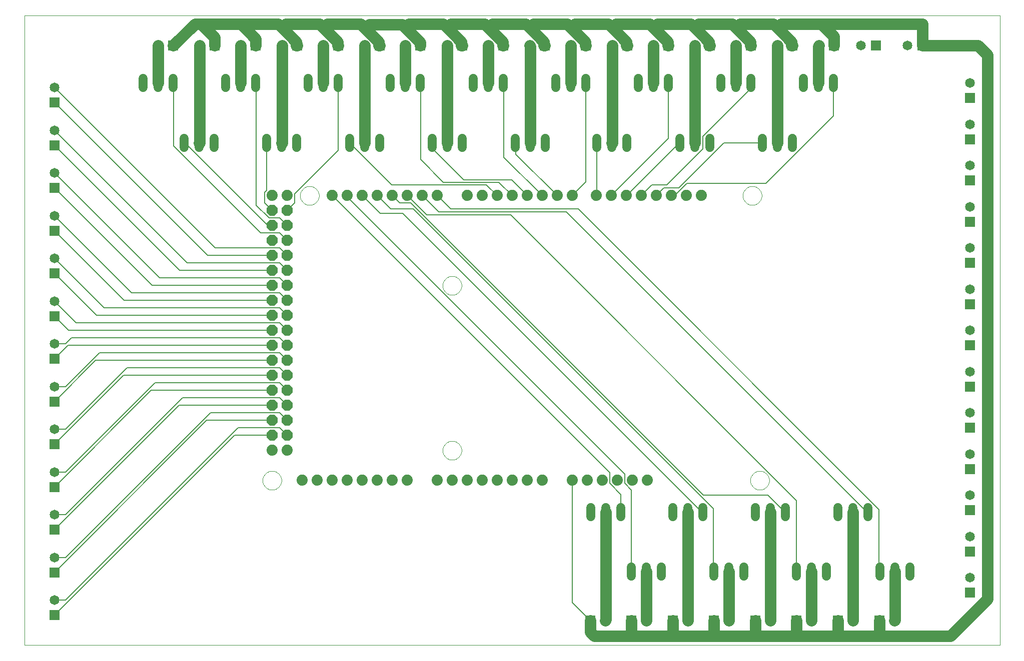
<source format=gbl>
G75*
G70*
%OFA0B0*%
%FSLAX24Y24*%
%IPPOS*%
%LPD*%
%AMOC8*
5,1,8,0,0,1.08239X$1,22.5*
%
%ADD10C,0.0000*%
%ADD11R,0.0650X0.0650*%
%ADD12C,0.0650*%
%ADD13C,0.0600*%
%ADD14C,0.0740*%
%ADD15OC8,0.0740*%
%ADD16C,0.0750*%
%ADD17C,0.0080*%
D10*
X000353Y000353D02*
X000353Y042353D01*
X065353Y042353D01*
X065353Y000353D01*
X000353Y000353D01*
X016223Y011353D02*
X016225Y011403D01*
X016231Y011453D01*
X016241Y011502D01*
X016255Y011550D01*
X016272Y011597D01*
X016293Y011642D01*
X016318Y011686D01*
X016346Y011727D01*
X016378Y011766D01*
X016412Y011803D01*
X016449Y011837D01*
X016489Y011867D01*
X016531Y011894D01*
X016575Y011918D01*
X016621Y011939D01*
X016668Y011955D01*
X016716Y011968D01*
X016766Y011977D01*
X016815Y011982D01*
X016866Y011983D01*
X016916Y011980D01*
X016965Y011973D01*
X017014Y011962D01*
X017062Y011947D01*
X017108Y011929D01*
X017153Y011907D01*
X017196Y011881D01*
X017237Y011852D01*
X017276Y011820D01*
X017312Y011785D01*
X017344Y011747D01*
X017374Y011707D01*
X017401Y011664D01*
X017424Y011620D01*
X017443Y011574D01*
X017459Y011526D01*
X017471Y011477D01*
X017479Y011428D01*
X017483Y011378D01*
X017483Y011328D01*
X017479Y011278D01*
X017471Y011229D01*
X017459Y011180D01*
X017443Y011132D01*
X017424Y011086D01*
X017401Y011042D01*
X017374Y010999D01*
X017344Y010959D01*
X017312Y010921D01*
X017276Y010886D01*
X017237Y010854D01*
X017196Y010825D01*
X017153Y010799D01*
X017108Y010777D01*
X017062Y010759D01*
X017014Y010744D01*
X016965Y010733D01*
X016916Y010726D01*
X016866Y010723D01*
X016815Y010724D01*
X016766Y010729D01*
X016716Y010738D01*
X016668Y010751D01*
X016621Y010767D01*
X016575Y010788D01*
X016531Y010812D01*
X016489Y010839D01*
X016449Y010869D01*
X016412Y010903D01*
X016378Y010940D01*
X016346Y010979D01*
X016318Y011020D01*
X016293Y011064D01*
X016272Y011109D01*
X016255Y011156D01*
X016241Y011204D01*
X016231Y011253D01*
X016225Y011303D01*
X016223Y011353D01*
X028223Y013353D02*
X028225Y013403D01*
X028231Y013453D01*
X028241Y013502D01*
X028255Y013550D01*
X028272Y013597D01*
X028293Y013642D01*
X028318Y013686D01*
X028346Y013727D01*
X028378Y013766D01*
X028412Y013803D01*
X028449Y013837D01*
X028489Y013867D01*
X028531Y013894D01*
X028575Y013918D01*
X028621Y013939D01*
X028668Y013955D01*
X028716Y013968D01*
X028766Y013977D01*
X028815Y013982D01*
X028866Y013983D01*
X028916Y013980D01*
X028965Y013973D01*
X029014Y013962D01*
X029062Y013947D01*
X029108Y013929D01*
X029153Y013907D01*
X029196Y013881D01*
X029237Y013852D01*
X029276Y013820D01*
X029312Y013785D01*
X029344Y013747D01*
X029374Y013707D01*
X029401Y013664D01*
X029424Y013620D01*
X029443Y013574D01*
X029459Y013526D01*
X029471Y013477D01*
X029479Y013428D01*
X029483Y013378D01*
X029483Y013328D01*
X029479Y013278D01*
X029471Y013229D01*
X029459Y013180D01*
X029443Y013132D01*
X029424Y013086D01*
X029401Y013042D01*
X029374Y012999D01*
X029344Y012959D01*
X029312Y012921D01*
X029276Y012886D01*
X029237Y012854D01*
X029196Y012825D01*
X029153Y012799D01*
X029108Y012777D01*
X029062Y012759D01*
X029014Y012744D01*
X028965Y012733D01*
X028916Y012726D01*
X028866Y012723D01*
X028815Y012724D01*
X028766Y012729D01*
X028716Y012738D01*
X028668Y012751D01*
X028621Y012767D01*
X028575Y012788D01*
X028531Y012812D01*
X028489Y012839D01*
X028449Y012869D01*
X028412Y012903D01*
X028378Y012940D01*
X028346Y012979D01*
X028318Y013020D01*
X028293Y013064D01*
X028272Y013109D01*
X028255Y013156D01*
X028241Y013204D01*
X028231Y013253D01*
X028225Y013303D01*
X028223Y013353D01*
X028223Y024353D02*
X028225Y024403D01*
X028231Y024453D01*
X028241Y024502D01*
X028255Y024550D01*
X028272Y024597D01*
X028293Y024642D01*
X028318Y024686D01*
X028346Y024727D01*
X028378Y024766D01*
X028412Y024803D01*
X028449Y024837D01*
X028489Y024867D01*
X028531Y024894D01*
X028575Y024918D01*
X028621Y024939D01*
X028668Y024955D01*
X028716Y024968D01*
X028766Y024977D01*
X028815Y024982D01*
X028866Y024983D01*
X028916Y024980D01*
X028965Y024973D01*
X029014Y024962D01*
X029062Y024947D01*
X029108Y024929D01*
X029153Y024907D01*
X029196Y024881D01*
X029237Y024852D01*
X029276Y024820D01*
X029312Y024785D01*
X029344Y024747D01*
X029374Y024707D01*
X029401Y024664D01*
X029424Y024620D01*
X029443Y024574D01*
X029459Y024526D01*
X029471Y024477D01*
X029479Y024428D01*
X029483Y024378D01*
X029483Y024328D01*
X029479Y024278D01*
X029471Y024229D01*
X029459Y024180D01*
X029443Y024132D01*
X029424Y024086D01*
X029401Y024042D01*
X029374Y023999D01*
X029344Y023959D01*
X029312Y023921D01*
X029276Y023886D01*
X029237Y023854D01*
X029196Y023825D01*
X029153Y023799D01*
X029108Y023777D01*
X029062Y023759D01*
X029014Y023744D01*
X028965Y023733D01*
X028916Y023726D01*
X028866Y023723D01*
X028815Y023724D01*
X028766Y023729D01*
X028716Y023738D01*
X028668Y023751D01*
X028621Y023767D01*
X028575Y023788D01*
X028531Y023812D01*
X028489Y023839D01*
X028449Y023869D01*
X028412Y023903D01*
X028378Y023940D01*
X028346Y023979D01*
X028318Y024020D01*
X028293Y024064D01*
X028272Y024109D01*
X028255Y024156D01*
X028241Y024204D01*
X028231Y024253D01*
X028225Y024303D01*
X028223Y024353D01*
X018723Y030353D02*
X018725Y030403D01*
X018731Y030453D01*
X018741Y030502D01*
X018755Y030550D01*
X018772Y030597D01*
X018793Y030642D01*
X018818Y030686D01*
X018846Y030727D01*
X018878Y030766D01*
X018912Y030803D01*
X018949Y030837D01*
X018989Y030867D01*
X019031Y030894D01*
X019075Y030918D01*
X019121Y030939D01*
X019168Y030955D01*
X019216Y030968D01*
X019266Y030977D01*
X019315Y030982D01*
X019366Y030983D01*
X019416Y030980D01*
X019465Y030973D01*
X019514Y030962D01*
X019562Y030947D01*
X019608Y030929D01*
X019653Y030907D01*
X019696Y030881D01*
X019737Y030852D01*
X019776Y030820D01*
X019812Y030785D01*
X019844Y030747D01*
X019874Y030707D01*
X019901Y030664D01*
X019924Y030620D01*
X019943Y030574D01*
X019959Y030526D01*
X019971Y030477D01*
X019979Y030428D01*
X019983Y030378D01*
X019983Y030328D01*
X019979Y030278D01*
X019971Y030229D01*
X019959Y030180D01*
X019943Y030132D01*
X019924Y030086D01*
X019901Y030042D01*
X019874Y029999D01*
X019844Y029959D01*
X019812Y029921D01*
X019776Y029886D01*
X019737Y029854D01*
X019696Y029825D01*
X019653Y029799D01*
X019608Y029777D01*
X019562Y029759D01*
X019514Y029744D01*
X019465Y029733D01*
X019416Y029726D01*
X019366Y029723D01*
X019315Y029724D01*
X019266Y029729D01*
X019216Y029738D01*
X019168Y029751D01*
X019121Y029767D01*
X019075Y029788D01*
X019031Y029812D01*
X018989Y029839D01*
X018949Y029869D01*
X018912Y029903D01*
X018878Y029940D01*
X018846Y029979D01*
X018818Y030020D01*
X018793Y030064D01*
X018772Y030109D01*
X018755Y030156D01*
X018741Y030204D01*
X018731Y030253D01*
X018725Y030303D01*
X018723Y030353D01*
X048223Y030353D02*
X048225Y030403D01*
X048231Y030453D01*
X048241Y030502D01*
X048255Y030550D01*
X048272Y030597D01*
X048293Y030642D01*
X048318Y030686D01*
X048346Y030727D01*
X048378Y030766D01*
X048412Y030803D01*
X048449Y030837D01*
X048489Y030867D01*
X048531Y030894D01*
X048575Y030918D01*
X048621Y030939D01*
X048668Y030955D01*
X048716Y030968D01*
X048766Y030977D01*
X048815Y030982D01*
X048866Y030983D01*
X048916Y030980D01*
X048965Y030973D01*
X049014Y030962D01*
X049062Y030947D01*
X049108Y030929D01*
X049153Y030907D01*
X049196Y030881D01*
X049237Y030852D01*
X049276Y030820D01*
X049312Y030785D01*
X049344Y030747D01*
X049374Y030707D01*
X049401Y030664D01*
X049424Y030620D01*
X049443Y030574D01*
X049459Y030526D01*
X049471Y030477D01*
X049479Y030428D01*
X049483Y030378D01*
X049483Y030328D01*
X049479Y030278D01*
X049471Y030229D01*
X049459Y030180D01*
X049443Y030132D01*
X049424Y030086D01*
X049401Y030042D01*
X049374Y029999D01*
X049344Y029959D01*
X049312Y029921D01*
X049276Y029886D01*
X049237Y029854D01*
X049196Y029825D01*
X049153Y029799D01*
X049108Y029777D01*
X049062Y029759D01*
X049014Y029744D01*
X048965Y029733D01*
X048916Y029726D01*
X048866Y029723D01*
X048815Y029724D01*
X048766Y029729D01*
X048716Y029738D01*
X048668Y029751D01*
X048621Y029767D01*
X048575Y029788D01*
X048531Y029812D01*
X048489Y029839D01*
X048449Y029869D01*
X048412Y029903D01*
X048378Y029940D01*
X048346Y029979D01*
X048318Y030020D01*
X048293Y030064D01*
X048272Y030109D01*
X048255Y030156D01*
X048241Y030204D01*
X048231Y030253D01*
X048225Y030303D01*
X048223Y030353D01*
X048723Y011353D02*
X048725Y011403D01*
X048731Y011453D01*
X048741Y011502D01*
X048755Y011550D01*
X048772Y011597D01*
X048793Y011642D01*
X048818Y011686D01*
X048846Y011727D01*
X048878Y011766D01*
X048912Y011803D01*
X048949Y011837D01*
X048989Y011867D01*
X049031Y011894D01*
X049075Y011918D01*
X049121Y011939D01*
X049168Y011955D01*
X049216Y011968D01*
X049266Y011977D01*
X049315Y011982D01*
X049366Y011983D01*
X049416Y011980D01*
X049465Y011973D01*
X049514Y011962D01*
X049562Y011947D01*
X049608Y011929D01*
X049653Y011907D01*
X049696Y011881D01*
X049737Y011852D01*
X049776Y011820D01*
X049812Y011785D01*
X049844Y011747D01*
X049874Y011707D01*
X049901Y011664D01*
X049924Y011620D01*
X049943Y011574D01*
X049959Y011526D01*
X049971Y011477D01*
X049979Y011428D01*
X049983Y011378D01*
X049983Y011328D01*
X049979Y011278D01*
X049971Y011229D01*
X049959Y011180D01*
X049943Y011132D01*
X049924Y011086D01*
X049901Y011042D01*
X049874Y010999D01*
X049844Y010959D01*
X049812Y010921D01*
X049776Y010886D01*
X049737Y010854D01*
X049696Y010825D01*
X049653Y010799D01*
X049608Y010777D01*
X049562Y010759D01*
X049514Y010744D01*
X049465Y010733D01*
X049416Y010726D01*
X049366Y010723D01*
X049315Y010724D01*
X049266Y010729D01*
X049216Y010738D01*
X049168Y010751D01*
X049121Y010767D01*
X049075Y010788D01*
X049031Y010812D01*
X048989Y010839D01*
X048949Y010869D01*
X048912Y010903D01*
X048878Y010940D01*
X048846Y010979D01*
X048818Y011020D01*
X048793Y011064D01*
X048772Y011109D01*
X048755Y011156D01*
X048741Y011204D01*
X048731Y011253D01*
X048725Y011303D01*
X048723Y011353D01*
D11*
X049050Y002010D03*
X051811Y002010D03*
X054573Y002010D03*
X057335Y002010D03*
X063353Y003861D03*
X063353Y006611D03*
X063353Y009361D03*
X063353Y012111D03*
X063353Y014861D03*
X063353Y017611D03*
X063353Y020361D03*
X063353Y023111D03*
X063353Y025861D03*
X063353Y028611D03*
X063353Y031361D03*
X063353Y034111D03*
X063353Y036861D03*
X063128Y040353D03*
X060211Y040353D03*
X057093Y040353D03*
X054304Y040353D03*
X051514Y040353D03*
X048764Y040353D03*
X046014Y040353D03*
X043264Y040353D03*
X040514Y040353D03*
X037770Y040353D03*
X035020Y040353D03*
X032270Y040353D03*
X029520Y040353D03*
X026741Y040353D03*
X024014Y040353D03*
X021264Y040353D03*
X018514Y040353D03*
X015764Y040353D03*
X013014Y040353D03*
X010264Y040353D03*
X002353Y036553D03*
X002353Y033703D03*
X002353Y030853D03*
X002353Y028003D03*
X002353Y025153D03*
X002353Y022303D03*
X002353Y019453D03*
X002353Y016603D03*
X002353Y013753D03*
X002353Y010903D03*
X002353Y008053D03*
X002353Y005203D03*
X002353Y002353D03*
X038061Y002010D03*
X040811Y002010D03*
X043561Y002010D03*
X046288Y002010D03*
D12*
X047288Y002010D03*
X044561Y002010D03*
X041811Y002010D03*
X039061Y002010D03*
X050050Y002010D03*
X052811Y002010D03*
X055573Y002010D03*
X058335Y002010D03*
X063353Y004861D03*
X063353Y007611D03*
X063353Y010361D03*
X063353Y013111D03*
X063353Y015861D03*
X063353Y018611D03*
X063353Y021361D03*
X063353Y024111D03*
X063353Y026861D03*
X063353Y029611D03*
X063353Y032361D03*
X063353Y035111D03*
X063353Y037861D03*
X062128Y040353D03*
X059211Y040353D03*
X056093Y040353D03*
X053304Y040353D03*
X050514Y040353D03*
X047764Y040353D03*
X045014Y040353D03*
X042264Y040353D03*
X039514Y040353D03*
X036770Y040353D03*
X034020Y040353D03*
X031270Y040353D03*
X028520Y040353D03*
X025741Y040353D03*
X023014Y040353D03*
X020264Y040353D03*
X017514Y040353D03*
X014764Y040353D03*
X012014Y040353D03*
X009264Y040353D03*
X002353Y037553D03*
X002353Y034703D03*
X002353Y031853D03*
X002353Y029003D03*
X002353Y026153D03*
X002353Y023303D03*
X002353Y020453D03*
X002353Y017603D03*
X002353Y014753D03*
X002353Y011903D03*
X002353Y009053D03*
X002353Y006203D03*
X002353Y003353D03*
D13*
X038107Y008923D02*
X038107Y009523D01*
X039107Y009523D02*
X039107Y008923D01*
X040107Y008923D02*
X040107Y009523D01*
X043577Y009523D02*
X043577Y008923D01*
X044577Y008923D02*
X044577Y009523D01*
X045577Y009523D02*
X045577Y008923D01*
X049048Y008923D02*
X049048Y009523D01*
X050048Y009523D02*
X050048Y008923D01*
X051048Y008923D02*
X051048Y009523D01*
X054571Y009523D02*
X054571Y008923D01*
X055571Y008923D02*
X055571Y009523D01*
X056571Y009523D02*
X056571Y008923D01*
X057349Y005553D02*
X057349Y004953D01*
X058349Y004953D02*
X058349Y005553D01*
X059349Y005553D02*
X059349Y004953D01*
X053809Y004953D02*
X053809Y005553D01*
X052809Y005553D02*
X052809Y004953D01*
X051809Y004953D02*
X051809Y005553D01*
X048280Y005553D02*
X048280Y004953D01*
X047280Y004953D02*
X047280Y005553D01*
X046280Y005553D02*
X046280Y004953D01*
X042804Y004953D02*
X042804Y005553D01*
X041804Y005553D02*
X041804Y004953D01*
X040804Y004953D02*
X040804Y005553D01*
X040508Y033553D02*
X040508Y034153D01*
X039508Y034153D02*
X039508Y033553D01*
X038508Y033553D02*
X038508Y034153D01*
X035054Y034153D02*
X035054Y033553D01*
X034054Y033553D02*
X034054Y034153D01*
X033054Y034153D02*
X033054Y033553D01*
X029530Y033553D02*
X029530Y034153D01*
X028530Y034153D02*
X028530Y033553D01*
X027530Y033553D02*
X027530Y034153D01*
X024028Y034153D02*
X024028Y033553D01*
X023028Y033553D02*
X023028Y034153D01*
X022028Y034153D02*
X022028Y033553D01*
X018508Y033553D02*
X018508Y034153D01*
X017508Y034153D02*
X017508Y033553D01*
X016508Y033553D02*
X016508Y034153D01*
X013008Y034153D02*
X013008Y033553D01*
X012008Y033553D02*
X012008Y034153D01*
X011008Y034153D02*
X011008Y033553D01*
X010258Y037553D02*
X010258Y038153D01*
X009258Y038153D02*
X009258Y037553D01*
X008258Y037553D02*
X008258Y038153D01*
X013758Y038153D02*
X013758Y037553D01*
X014758Y037553D02*
X014758Y038153D01*
X015758Y038153D02*
X015758Y037553D01*
X019258Y037553D02*
X019258Y038153D01*
X020258Y038153D02*
X020258Y037553D01*
X021258Y037553D02*
X021258Y038153D01*
X024735Y038153D02*
X024735Y037553D01*
X025735Y037553D02*
X025735Y038153D01*
X026735Y038153D02*
X026735Y037553D01*
X030272Y037553D02*
X030272Y038153D01*
X031272Y038153D02*
X031272Y037553D01*
X032272Y037553D02*
X032272Y038153D01*
X035776Y038153D02*
X035776Y037553D01*
X036776Y037553D02*
X036776Y038153D01*
X037776Y038153D02*
X037776Y037553D01*
X041258Y037553D02*
X041258Y038153D01*
X042258Y038153D02*
X042258Y037553D01*
X043258Y037553D02*
X043258Y038153D01*
X046758Y038153D02*
X046758Y037553D01*
X047758Y037553D02*
X047758Y038153D01*
X048758Y038153D02*
X048758Y037553D01*
X052258Y037553D02*
X052258Y038153D01*
X053258Y038153D02*
X053258Y037553D01*
X054258Y037553D02*
X054258Y038153D01*
X051522Y034153D02*
X051522Y033553D01*
X050522Y033553D02*
X050522Y034153D01*
X049522Y034153D02*
X049522Y033553D01*
X046028Y033553D02*
X046028Y034153D01*
X045028Y034153D02*
X045028Y033553D01*
X044028Y033553D02*
X044028Y034153D01*
D14*
X044453Y030353D03*
X043453Y030353D03*
X042453Y030353D03*
X041453Y030353D03*
X040453Y030353D03*
X039453Y030353D03*
X038453Y030353D03*
X036853Y030353D03*
X035853Y030353D03*
X034853Y030353D03*
X033853Y030353D03*
X032853Y030353D03*
X031853Y030353D03*
X030853Y030353D03*
X029853Y030353D03*
X027853Y030353D03*
X026853Y030353D03*
X025853Y030353D03*
X024853Y030353D03*
X023853Y030353D03*
X022853Y030353D03*
X021853Y030353D03*
X020853Y030353D03*
X017853Y030353D03*
X016853Y030353D03*
X016853Y013353D03*
X017853Y013353D03*
X018853Y011353D03*
X019853Y011353D03*
X020853Y011353D03*
X021853Y011353D03*
X022853Y011353D03*
X023853Y011353D03*
X024853Y011353D03*
X025853Y011353D03*
X027853Y011353D03*
X028853Y011353D03*
X029853Y011353D03*
X030853Y011353D03*
X031853Y011353D03*
X032853Y011353D03*
X033853Y011353D03*
X034853Y011353D03*
X036853Y011353D03*
X037853Y011353D03*
X038853Y011353D03*
X039853Y011353D03*
X040853Y011353D03*
X041853Y011353D03*
X045453Y030353D03*
D15*
X017853Y029353D03*
X017853Y028353D03*
X016853Y028353D03*
X016853Y029353D03*
X016853Y027353D03*
X017853Y027353D03*
X017853Y026353D03*
X017853Y025353D03*
X016853Y025353D03*
X016853Y026353D03*
X016853Y024353D03*
X017853Y024353D03*
X017853Y023353D03*
X017853Y022353D03*
X016853Y022353D03*
X016853Y023353D03*
X016853Y021353D03*
X017853Y021353D03*
X017853Y020353D03*
X017853Y019353D03*
X016853Y019353D03*
X016853Y020353D03*
X016853Y018353D03*
X017853Y018353D03*
X017853Y017353D03*
X017853Y016353D03*
X016853Y016353D03*
X016853Y017353D03*
X016853Y015353D03*
X017853Y015353D03*
X017853Y014353D03*
X016853Y014353D03*
D16*
X038061Y002010D02*
X038061Y001227D01*
X038325Y000963D01*
X040904Y000963D01*
X040811Y001056D01*
X040811Y002010D01*
X041804Y002018D02*
X041811Y002010D01*
X041804Y002018D02*
X041804Y005253D01*
X043561Y002010D02*
X043561Y001061D01*
X043660Y000963D01*
X040904Y000963D01*
X039107Y002056D02*
X039061Y002010D01*
X039107Y002056D02*
X039107Y009223D01*
X044577Y009223D02*
X044577Y002026D01*
X044561Y002010D01*
X043660Y000963D02*
X046416Y000963D01*
X046288Y001091D01*
X046288Y002010D01*
X047280Y002018D02*
X047288Y002010D01*
X047280Y002018D02*
X047280Y005253D01*
X049050Y002010D02*
X049050Y001085D01*
X049172Y000963D01*
X046416Y000963D01*
X049172Y000963D02*
X051928Y000963D01*
X051811Y001079D01*
X051811Y002010D01*
X052809Y002012D02*
X052811Y002010D01*
X052809Y002012D02*
X052809Y005253D01*
X054573Y002010D02*
X054573Y001073D01*
X054684Y000963D01*
X051928Y000963D01*
X050050Y002010D02*
X050048Y002012D01*
X050048Y009223D01*
X055571Y009223D02*
X055571Y002012D01*
X055573Y002010D01*
X054684Y000963D02*
X057439Y000963D01*
X057335Y001067D01*
X057335Y002010D01*
X058335Y002010D02*
X058349Y002024D01*
X058349Y005253D01*
X057439Y000963D02*
X062046Y000963D01*
X064526Y003443D01*
X064526Y039723D01*
X063896Y040353D01*
X063128Y040353D01*
X062128Y040353D01*
X060211Y040353D01*
X060211Y041803D01*
X053470Y041803D01*
X050770Y041803D01*
X050520Y041553D01*
X051470Y040603D01*
X051470Y040353D01*
X051514Y040353D01*
X050522Y040345D02*
X050522Y033853D01*
X045028Y033853D02*
X045014Y033867D01*
X045014Y040353D01*
X045970Y040353D02*
X046014Y040353D01*
X045970Y040353D02*
X045970Y040603D01*
X045020Y041553D01*
X045270Y041803D01*
X047520Y041803D01*
X047770Y041553D01*
X048020Y041803D01*
X050270Y041803D01*
X050520Y041553D01*
X050514Y040353D02*
X050522Y040345D01*
X048764Y040353D02*
X048720Y040353D01*
X048720Y040603D01*
X047770Y041553D01*
X047764Y040353D02*
X047758Y040347D01*
X047758Y037853D01*
X043264Y040353D02*
X043220Y040353D01*
X043220Y040603D01*
X042270Y041553D01*
X042520Y041803D01*
X044770Y041803D01*
X045020Y041553D01*
X042270Y041553D02*
X042020Y041803D01*
X039770Y041803D01*
X039520Y041553D01*
X040470Y040603D01*
X040470Y040353D01*
X040514Y040353D01*
X039514Y040353D02*
X039514Y033859D01*
X039508Y033853D01*
X036776Y037853D02*
X036770Y037859D01*
X036770Y040353D01*
X037720Y040353D02*
X037770Y040353D01*
X037720Y040353D02*
X037720Y040603D01*
X036770Y041553D01*
X037020Y041803D01*
X039270Y041803D01*
X039520Y041553D01*
X042264Y040353D02*
X042264Y037859D01*
X042258Y037853D01*
X036770Y041553D02*
X036520Y041803D01*
X034270Y041803D01*
X034020Y041553D01*
X034970Y040603D01*
X034970Y040353D01*
X035020Y040353D01*
X034054Y040319D02*
X034054Y033853D01*
X028530Y033853D02*
X028520Y033863D01*
X028520Y040353D01*
X029470Y040353D02*
X029520Y040353D01*
X029470Y040353D02*
X029470Y040603D01*
X028520Y041553D01*
X028770Y041803D01*
X031020Y041803D01*
X031270Y041553D01*
X031520Y041803D01*
X033770Y041803D01*
X034020Y041553D01*
X034020Y040353D02*
X034054Y040319D01*
X032270Y040353D02*
X032220Y040353D01*
X032220Y040603D01*
X031270Y041553D01*
X031270Y040353D02*
X031270Y037855D01*
X031272Y037853D01*
X026741Y040353D02*
X026720Y040353D01*
X026720Y040553D01*
X025720Y041553D01*
X025970Y041803D01*
X028270Y041803D01*
X028520Y041553D01*
X025720Y041553D02*
X025520Y041753D01*
X023320Y041753D01*
X023070Y041503D01*
X023970Y040603D01*
X023970Y040353D01*
X024014Y040353D01*
X023028Y040339D02*
X023028Y033853D01*
X025735Y037853D02*
X025735Y040347D01*
X025741Y040353D01*
X023028Y040339D02*
X023014Y040353D01*
X023070Y041503D02*
X022770Y041803D01*
X020520Y041803D01*
X020270Y041553D01*
X021220Y040603D01*
X021220Y040353D01*
X021264Y040353D01*
X020264Y040353D02*
X020258Y040347D01*
X020258Y037853D01*
X018520Y040353D02*
X018470Y040603D01*
X017520Y041553D01*
X017770Y041803D01*
X020020Y041803D01*
X020270Y041553D01*
X018470Y040603D02*
X018470Y040353D01*
X018514Y040353D02*
X018520Y040353D01*
X017514Y040353D02*
X017514Y033859D01*
X017508Y033853D01*
X012014Y033859D02*
X012014Y040353D01*
X013014Y040353D02*
X013014Y040913D01*
X012124Y041803D01*
X011720Y041803D01*
X010270Y040353D01*
X010264Y040353D01*
X009264Y040353D02*
X009258Y040347D01*
X009258Y037853D01*
X013014Y040353D02*
X013020Y040353D01*
X013857Y041790D02*
X013844Y041803D01*
X012124Y041803D01*
X013857Y041790D02*
X014762Y041790D01*
X016357Y041790D01*
X016370Y041803D01*
X017270Y041803D01*
X017520Y041553D01*
X015764Y040808D02*
X015764Y040353D01*
X015770Y040353D01*
X015770Y040653D01*
X015764Y040808D02*
X014880Y041691D01*
X014861Y041691D01*
X014762Y041790D01*
X014764Y040353D02*
X014764Y037859D01*
X014758Y037853D01*
X012014Y033859D02*
X012008Y033853D01*
X053258Y037853D02*
X053258Y040307D01*
X053304Y040353D01*
X054304Y040353D02*
X054304Y040969D01*
X053470Y041803D01*
D17*
X054253Y037853D02*
X054258Y037853D01*
X054253Y037853D02*
X054253Y035653D01*
X049753Y031153D01*
X044503Y031153D01*
X043703Y030353D01*
X043453Y030353D01*
X042953Y030853D02*
X043953Y030853D01*
X046953Y033853D01*
X049522Y033853D01*
X048753Y037503D02*
X045553Y034303D01*
X045553Y033453D01*
X043153Y031053D01*
X042153Y031053D01*
X041453Y030353D01*
X042453Y030353D02*
X042953Y030853D01*
X040503Y030353D02*
X040453Y030353D01*
X040503Y030353D02*
X044003Y033853D01*
X044028Y033853D01*
X043253Y034153D02*
X039453Y030353D01*
X038503Y030403D02*
X038453Y030353D01*
X038503Y030403D02*
X038503Y033853D01*
X038508Y033853D01*
X037753Y031253D02*
X036853Y030353D01*
X037253Y029453D02*
X028753Y029453D01*
X027853Y030353D01*
X026853Y030353D02*
X027953Y029253D01*
X036453Y029253D01*
X056453Y009253D01*
X056553Y009253D01*
X056571Y009223D01*
X057303Y009403D02*
X037253Y029453D01*
X035853Y030353D02*
X033103Y033103D01*
X033103Y033853D01*
X033054Y033853D01*
X032303Y032903D02*
X034853Y030353D01*
X033853Y030353D02*
X032813Y031393D01*
X029633Y031393D01*
X027530Y033496D01*
X027530Y033853D01*
X026753Y032753D02*
X028273Y031233D01*
X031973Y031233D01*
X032853Y030353D01*
X031853Y030353D02*
X031144Y031061D01*
X024819Y031061D01*
X022028Y033853D01*
X021253Y033353D02*
X018353Y030453D01*
X018353Y029853D01*
X017853Y029353D01*
X017353Y028853D02*
X017853Y028353D01*
X017353Y028853D02*
X016653Y028853D01*
X015803Y029703D01*
X015803Y037853D01*
X015758Y037853D01*
X010303Y037853D02*
X010258Y037853D01*
X010303Y037853D02*
X010303Y033653D01*
X016103Y027853D01*
X017353Y027853D01*
X017853Y027353D01*
X017353Y026853D02*
X013053Y026853D01*
X002353Y037553D01*
X002353Y036553D02*
X012553Y026353D01*
X016853Y026353D01*
X017353Y026853D02*
X017853Y026353D01*
X017353Y025853D02*
X011203Y025853D01*
X002353Y034703D01*
X002353Y033703D02*
X010703Y025353D01*
X016853Y025353D01*
X017353Y025853D02*
X017853Y025353D01*
X017353Y024853D02*
X009353Y024853D01*
X002353Y031853D01*
X002353Y030853D02*
X008853Y024353D01*
X016853Y024353D01*
X017353Y023853D02*
X007503Y023853D01*
X002353Y029003D01*
X002353Y028003D02*
X007003Y023353D01*
X016853Y023353D01*
X017353Y023853D02*
X017853Y023353D01*
X017353Y022853D02*
X005653Y022853D01*
X002353Y026153D01*
X002353Y025153D02*
X005153Y022353D01*
X016853Y022353D01*
X017353Y022853D02*
X017853Y022353D01*
X017353Y021853D02*
X003803Y021853D01*
X002353Y023303D01*
X002353Y022303D02*
X003303Y021353D01*
X016853Y021353D01*
X017353Y020853D02*
X017853Y020353D01*
X017353Y020853D02*
X003503Y020853D01*
X003103Y020453D01*
X002353Y020453D01*
X003253Y020353D02*
X002353Y019453D01*
X003253Y020353D02*
X016853Y020353D01*
X017353Y019853D02*
X017853Y019353D01*
X017353Y019853D02*
X005353Y019853D01*
X003103Y017603D01*
X002353Y017603D01*
X002353Y016603D02*
X005103Y019353D01*
X016853Y019353D01*
X017353Y018853D02*
X017853Y018353D01*
X017353Y017853D02*
X017853Y017353D01*
X017353Y017853D02*
X009053Y017853D01*
X003103Y011903D01*
X002353Y011903D01*
X002353Y010903D02*
X008803Y017353D01*
X016853Y017353D01*
X017353Y016853D02*
X017853Y016353D01*
X017353Y016853D02*
X010903Y016853D01*
X003103Y009053D01*
X002353Y009053D01*
X002353Y008053D02*
X010653Y016353D01*
X016853Y016353D01*
X017353Y015853D02*
X017853Y015353D01*
X017353Y014853D02*
X017853Y014353D01*
X017353Y014853D02*
X014603Y014853D01*
X003103Y003353D01*
X002353Y003353D01*
X002353Y002353D02*
X014353Y014353D01*
X016853Y014353D01*
X016853Y015353D02*
X012503Y015353D01*
X002353Y005203D01*
X002353Y006203D02*
X003103Y006203D01*
X012753Y015853D01*
X017353Y015853D01*
X016853Y018353D02*
X006953Y018353D01*
X002353Y013753D01*
X002353Y014753D02*
X003103Y014753D01*
X007203Y018853D01*
X017353Y018853D01*
X017853Y021353D02*
X017353Y021853D01*
X017853Y024353D02*
X017353Y024853D01*
X016853Y028353D02*
X016553Y028353D01*
X011053Y033853D01*
X011008Y033853D01*
X016353Y030553D02*
X016353Y029853D01*
X016853Y029353D01*
X016353Y030553D02*
X016503Y030703D01*
X016503Y033853D01*
X016508Y033853D01*
X021253Y033353D02*
X021253Y037853D01*
X021258Y037853D01*
X026735Y037853D02*
X026753Y037853D01*
X026753Y032753D01*
X025853Y030353D02*
X027153Y029053D01*
X032753Y029053D01*
X051803Y010003D01*
X051803Y005253D01*
X051809Y005253D01*
X046280Y005253D02*
X046253Y005253D01*
X046253Y009453D01*
X026253Y029453D01*
X024753Y029453D01*
X023853Y030353D01*
X024853Y030353D02*
X025353Y029853D01*
X026103Y029853D01*
X045603Y010353D01*
X049903Y010353D01*
X051003Y009253D01*
X051048Y009223D01*
X045577Y009223D02*
X045553Y009253D01*
X045453Y009253D01*
X025553Y029153D01*
X024053Y029153D01*
X022853Y030353D01*
X021853Y030353D02*
X021853Y030253D01*
X040353Y011753D01*
X040353Y011153D01*
X040803Y010703D01*
X040803Y005253D01*
X040804Y005253D01*
X038061Y002010D02*
X036853Y003219D01*
X036853Y011353D01*
X039353Y011153D02*
X039353Y011853D01*
X020853Y030353D01*
X032303Y032903D02*
X032303Y037853D01*
X032272Y037853D01*
X037753Y037853D02*
X037776Y037853D01*
X037753Y037853D02*
X037753Y031253D01*
X043253Y034153D02*
X043253Y037853D01*
X043258Y037853D01*
X048753Y037853D02*
X048753Y037503D01*
X048753Y037853D02*
X048758Y037853D01*
X039353Y011153D02*
X040103Y010403D01*
X040103Y009253D01*
X040107Y009223D01*
X057303Y009403D02*
X057303Y005253D01*
X057349Y005253D01*
M02*

</source>
